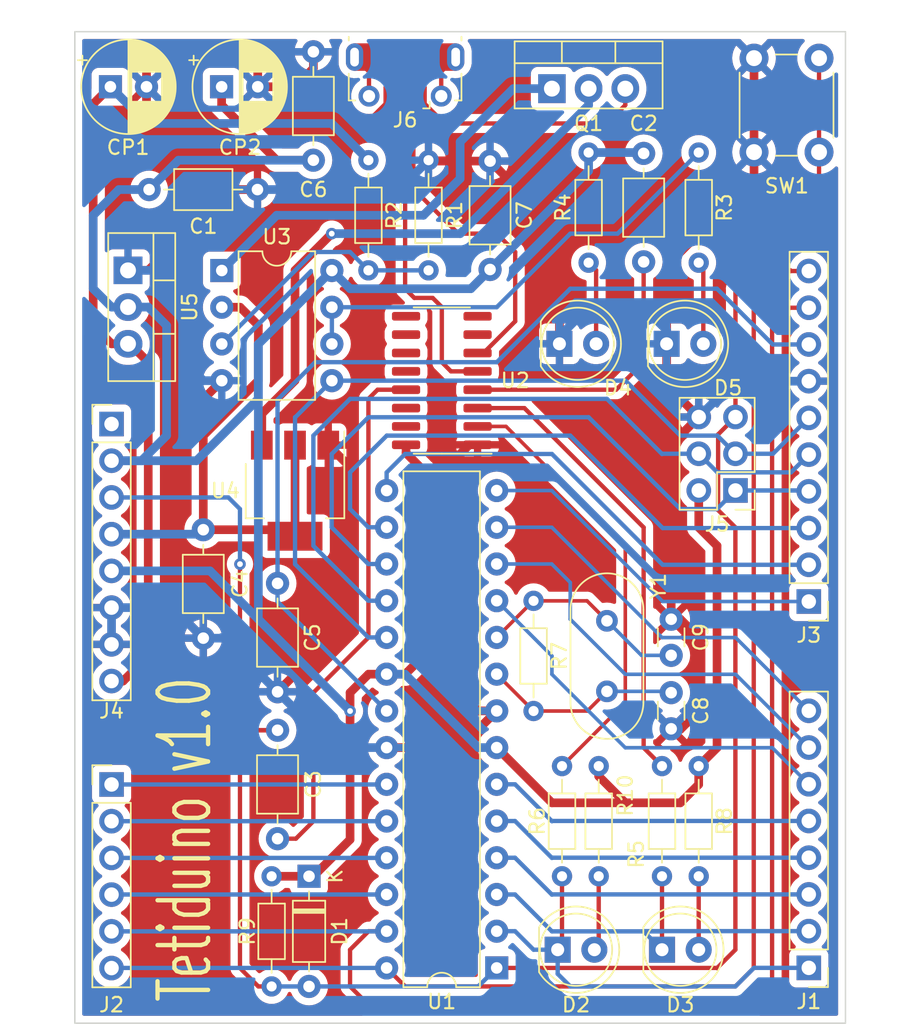
<source format=kicad_pcb>
(kicad_pcb (version 20211014) (generator pcbnew)
  (layers (0 "F.Cu" signal) (31 "B.Cu" signal) (34 "B.Paste" user) (35 "F.Paste" user) (36 "B.SilkS" user "B.Silkscreen") (37 "F.SilkS" user "F.Silkscreen") (38 "B.Mask" user) (39 "F.Mask" user) (44 "Edge.Cuts" user))
  (net 0 "")
  (net 1 "AREF")
  (net 2 "GND")
  (net 3 "+5V")
  (net 4 "Net-(D2-Pad2)")
  (net 5 "D2")
  (net 6 "D3")
  (net 7 "D4")
  (net 8 "D5")
  (net 9 "D6")
  (net 10 "D7")
  (net 11 "A0")
  (net 12 "A1")
  (net 13 "A2")
  (net 14 "A3")
  (net 15 "A4{slash}SDA")
  (net 16 "A5{slash}SCL")
  (net 17 "D8")
  (net 18 "D9")
  (net 19 "/D0{slash}RX")
  (net 20 "Net-(D3-Pad2)")
  (net 21 "Net-(D5-Pad2)")
  (net 22 "/D1{slash}TX")
  (net 24 "RESET")
  (net 25 "+3V3")
  (net 26 "VIN")
  (net 27 "/D10{slash}SS")
  (net 28 "/D11{slash}MISO")
  (net 29 "/D12{slash}MOSI")
  (net 30 "D13{slash}SCK")
  (net 31 "USB_VCC")
  (net 32 "RXD")
  (net 33 "TXD")
  (net 35 "unconnected-(J6-Pad6)")
  (net 36 "Net-(Q1-Pad2)")
  (net 37 "Net-(Q1-Pad1)")
  (net 38 "Net-(D4-Pad2)")
  (net 39 "Net-(R3-Pad1)")
  (net 48 "Net-(C2-Pad2)")
  (net 49 "Net-(C3-Pad1)")
  (net 50 "Net-(J6-Pad3)")
  (net 51 "Net-(J6-Pad2)")
  (net 52 "Net-(R1-Pad2)")
  (net 53 "Net-(Y1-Pad1)")
  (net 54 "Net-(U1-Pad10)")
  (footprint "Connector_PinHeader_2.54mm:PinHeader_1x08_P2.54mm_Vertical" (layer "F.Cu") (at 124.46 98.8925)
    (fp_text reference "J4")
    (fp_text value "Conn_01x08_Female")
  )
  (footprint "Resistor_THT:R_Axial_DIN0204_L3.6mm_D1.6mm_P7.62mm_Horizontal" (layer "F.Cu") (at 165.1 80.115 -90)
    (fp_text reference "R3")
    (fp_text value "1k")
  )
  (footprint "Package_TO_SOT_THT:TO-220-3_Vertical" (layer "F.Cu") (at 154.94 75.695)
    (fp_text reference "Q1")
    (fp_text value "IRF9540N")
  )
  (footprint "Diode_THT:D_DO-35_SOD27_P7.62mm_Horizontal" (layer "F.Cu") (at 138.13 130.175 -90)
    (fp_text reference "D1")
    (fp_text value "1N4148")
  )
  (footprint "Capacitor_THT:C_Disc_D3.0mm_W1.6mm_P2.50mm" (layer "F.Cu") (at 163.195 117.475 -90)
    (fp_text reference "C8")
    (fp_text value "22p")
  )
  (footprint "Capacitor_THT:C_Disc_D3.0mm_W1.6mm_P2.50mm" (layer "F.Cu") (at 163.195 112.395 -90)
    (fp_text reference "C9")
    (fp_text value "22p")
  )
  (footprint "Capacitor_THT:CP_Radial_D6.3mm_P2.50mm" (layer "F.Cu") (at 132.08 75.565)
    (fp_text reference "CP2")
    (fp_text value "47u")
  )
  (footprint "Capacitor_THT:C_Axial_L3.8mm_D2.6mm_P7.50mm_Horizontal" (layer "F.Cu") (at 130.81 106.205 -90)
    (fp_text reference "C4")
    (fp_text value "1u")
  )
  (footprint "Capacitor_THT:C_Axial_L3.8mm_D2.6mm_P7.50mm_Horizontal" (layer "F.Cu") (at 150.66 88.205 90)
    (fp_text reference "C7")
    (fp_text value "100n")
  )
  (footprint "Connector_USB:USB_Micro-B_Molex-105017-0001" (layer "F.Cu") (at 144.78 74.75 180)
    (fp_text reference "J6")
    (fp_text value "USB_B_Mini")
  )
  (footprint "Button_Switch_THT:SW_PUSH_6mm" (layer "F.Cu") (at 173.43 73.585 -90)
    (fp_text reference "SW1")
    (fp_text value "SW_Push")
  )
  (footprint "LED_THT:LED_D5.0mm" (layer "F.Cu") (at 162.88 93.345)
    (fp_text reference "D5")
    (fp_text value "LED")
  )
  (footprint "Package_TO_SOT_SMD:SOT-223-3_TabPin2" (layer "F.Cu") (at 137.16 103.505 -90)
    (fp_text reference "U4")
    (fp_text value "AMS1117-3.3")
  )
  (footprint "Capacitor_THT:C_Axial_L3.8mm_D2.6mm_P7.50mm_Horizontal" (layer "F.Cu") (at 127.06 82.677)
    (fp_text reference "C1")
    (fp_text value "100n")
  )
  (footprint "LED_THT:LED_D5.0mm" (layer "F.Cu") (at 162.56 135.255)
    (fp_text reference "D3")
    (fp_text value "LED")
  )
  (footprint "Capacitor_THT:C_Axial_L3.8mm_D2.6mm_P7.50mm_Horizontal" (layer "F.Cu") (at 161.29 80.175 -90)
    (fp_text reference "C2")
    (fp_text value "100n")
  )
  (footprint "Package_DIP:DIP-8_W7.62mm" (layer "F.Cu") (at 132.09 88.275)
    (fp_text reference "U3")
    (fp_text value "LM358")
  )
  (footprint "Resistor_THT:R_Axial_DIN0204_L3.6mm_D1.6mm_P7.62mm_Horizontal" (layer "F.Cu") (at 142.24 80.645 -90)
    (fp_text reference "R1")
    (fp_text value "10k")
  )
  (footprint "Package_DIP:DIP-28_W7.62mm" (layer "F.Cu") (at 151.12 136.515 180)
    (fp_text reference "U1")
    (fp_text value "ATmega328-P")
  )
  (footprint "Resistor_THT:R_Axial_DIN0204_L3.6mm_D1.6mm_P7.62mm_Horizontal" (layer "F.Cu") (at 165.1 122.555 -90)
    (fp_text reference "R8")
    (fp_text value "1k")
  )
  (footprint "Resistor_THT:R_Axial_DIN0204_L3.6mm_D1.6mm_P7.62mm_Horizontal" (layer "F.Cu") (at 157.48 80.115 -90)
    (fp_text reference "R4")
    (fp_text value "1k")
  )
  (footprint "Resistor_THT:R_Axial_DIN0204_L3.6mm_D1.6mm_P7.62mm_Horizontal" (layer "F.Cu") (at 162.56 122.555 -90)
    (fp_text reference "R5")
    (fp_text value "1k")
  )
  (footprint "Capacitor_THT:CP_Radial_D6.3mm_P2.50mm" (layer "F.Cu") (at 124.38 75.565)
    (fp_text reference "CP1")
    (fp_text value "47u")
  )
  (footprint "Resistor_THT:R_Axial_DIN0204_L3.6mm_D1.6mm_P7.62mm_Horizontal" (layer "F.Cu") (at 135.54 130.175 -90)
    (fp_text reference "R9")
    (fp_text value "10k")
  )
  (footprint "Resistor_THT:R_Axial_DIN0204_L3.6mm_D1.6mm_P7.62mm_Horizontal" (layer "F.Cu") (at 153.67 118.745 90)
    (fp_text reference "R7")
    (fp_text value "1M")
  )
  (footprint "Connector_PinHeader_2.54mm:PinHeader_1x08_P2.54mm_Vertical" (layer "F.Cu") (at 172.72 136.51 180)
    (fp_text reference "J1")
    (fp_text value "Conn_01x08_Female")
  )
  (footprint "Connector_PinHeader_2.54mm:PinHeader_2x03_P2.54mm_Vertical" (layer "F.Cu") (at 167.645 103.49 180)
    (fp_text reference "J5")
    (fp_text value "AVR-ISP-6")
  )
  (footprint "Package_SO:SOIC-16_3.9x9.9mm_P1.27mm" (layer "F.Cu") (at 147.32 95.885 180)
    (fp_text reference "U2")
    (fp_text value "CH340C")
  )
  (footprint "Resistor_THT:R_Axial_DIN0204_L3.6mm_D1.6mm_P7.62mm_Horizontal" (layer "F.Cu") (at 155.64 130.175 90)
    (fp_text reference "R6")
    (fp_text value "1k")
  )
  (footprint "Capacitor_THT:C_Axial_L3.8mm_D2.6mm_P7.50mm_Horizontal" (layer "F.Cu") (at 138.43 80.645 90)
    (fp_text reference "C6")
    (fp_text value "100n")
  )
  (footprint "Package_TO_SOT_THT:TO-220-3_Vertical" (layer "F.Cu") (at 125.6 88.265 -90)
    (fp_text reference "U5")
    (fp_text value "LM1117-5.0")
  )
  (footprint "LED_THT:LED_D5.0mm" (layer "F.Cu") (at 155.34 135.255)
    (fp_text reference "D2")
    (fp_text value "LED")
  )
  (footprint "Connector_PinHeader_2.54mm:PinHeader_1x06_P2.54mm_Vertical" (layer "F.Cu") (at 124.46 123.825)
    (fp_text reference "J2")
    (fp_text value "Conn_01x06_Female")
  )
  (footprint "Crystal:Crystal_HC49-4H_Vertical" (layer "F.Cu") (at 158.75 117.385 90)
    (fp_text reference "Y1")
    (fp_text value "Crystal")
  )
  (footprint "Capacitor_THT:C_Axial_L3.8mm_D2.6mm_P7.50mm_Horizontal" (layer "F.Cu") (at 135.95 109.915 -90)
    (fp_text reference "C5")
    (fp_text value "100n")
  )
  (footprint "LED_THT:LED_D5.0mm" (layer "F.Cu") (at 155.46 93.345)
    (fp_text reference "D4")
    (fp_text value "LED")
  )
  (footprint "Capacitor_THT:C_Axial_L3.8mm_D2.6mm_P7.50mm_Horizontal" (layer "F.Cu") (at 135.95 127.575 90)
    (fp_text reference "C3")
    (fp_text value "100n")
  )
  (footprint "Connector_PinHeader_2.54mm:PinHeader_1x10_P2.54mm_Vertical" (layer "F.Cu") (at 172.72 111.17 180)
    (fp_text reference "J3")
    (fp_text value "Conn_01x10_Female")
  )
  (footprint "Resistor_THT:R_Axial_DIN0204_L3.6mm_D1.6mm_P7.62mm_Horizontal" (layer "F.Cu") (at 158.18 122.555 -90)
    (fp_text reference "R10")
    (fp_text value "1k")
  )
  (footprint "Resistor_THT:R_Axial_DIN0204_L3.6mm_D1.6mm_P7.62mm_Horizontal" (layer "F.Cu") (at 146.4 88.265 90)
    (fp_text reference "R2")
    (fp_text value "10k")
  )
  (gr_rect (start 175.26 71.755) (end 121.92 140.335) (layer "Edge.Cuts") (width 0.1) (fill none))
  (gr_text "Tetiduino v1.0" (at 129.54 127.635 90) (layer "F.SilkS") (effects (font (size 3.5 2.1) (thickness 0.3))))
  (segment (start 170.225 93.39) (end 172.72 93.39) (width 0.3) (layer "B.Cu") (net 1))
  (segment (start 135.95 111.185) (end 135.95 97.215) (width 0.3) (layer "B.Cu") (net 1))
  (segment (start 156.21 89.535) (end 151.13 94.615) (width 0.3) (layer "B.Cu") (net 1))
  (segment (start 166.37 89.535) (end 170.225 93.39) (width 0.3) (layer "B.Cu") (net 1))
  (segment (start 156.21 89.535) (end 166.37 89.535) (width 0.3) (layer "B.Cu") (net 1))
  (segment (start 143.5 118.735) (end 135.95 111.185) (width 0.3) (layer "B.Cu") (net 1))
  (segment (start 135.95 97.215) (end 138.55 94.615) (width 0.3) (layer "B.Cu") (net 1))
  (segment (start 138.55 94.615) (end 151.13 94.615) (width 0.3) (layer "B.Cu") (net 1))
  (segment (start 126.88 74.415) (end 128.27 73.025) (width 0.6) (layer "F.Cu") (net 2))
  (segment (start 165.105 98.41) (end 163.195 100.32) (width 0.6) (layer "F.Cu") (net 2))
  (segment (start 162.88 87.945) (end 168.93 81.895) (width 0.6) (layer "F.Cu") (net 2))
  (segment (start 140.97 101.865) (end 140.97 112.395) (width 0.6) (layer "F.Cu") (net 2))
  (segment (start 128.27 111.165) (end 130.81 113.705) (width 0.6) (layer "F.Cu") (net 2))
  (segment (start 150.66 80.705) (end 146.46 80.705) (width 0.6) (layer "F.Cu") (net 2))
  (segment (start 148.59 100.965) (end 148.59 117.475) (width 0.6) (layer "F.Cu") (net 2))
  (segment (start 163.195 112.395) (end 163.83 112.395) (width 0.6) (layer "F.Cu") (net 2))
  (segment (start 165.1 113.665) (end 165.1 118.745) (width 0.6) (layer "F.Cu") (net 2))
  (segment (start 137.16 75.565) (end 138.43 74.295) (width 0.6) (layer "F.Cu") (net 2))
  (segment (start 140.97 112.395) (end 135.95 117.415) (width 0.6) (layer "F.Cu") (net 2))
  (segment (start 162.88 93.345) (end 162.88 96.185) (width 0.6) (layer "F.Cu") (net 2))
  (segment (start 163.83 112.395) (end 165.1 113.665) (width 0.6) (layer "F.Cu") (net 2))
  (segment (start 138.43 74.295) (end 138.43 73.145) (width 0.6) (layer "F.Cu") (net 2))
  (segment (start 163.83 120.015) (end 163.235 120.015) (width 0.6) (layer "F.Cu") (net 2))
  (segment (start 132.09 95.895) (end 128.27 99.715) (width 0.6) (layer "F.Cu") (net 2))
  (segment (start 125.6 88.265) (end 127 88.265) (width 0.6) (layer "F.Cu") (net 2))
  (segment (start 143.5 121.275) (end 148.58 121.275) (width 0.6) (layer "F.Cu") (net 2))
  (segment (start 168.93 73.585) (end 168.93 80.085) (width 0.6) (layer "F.Cu") (net 2))
  (segment (start 128.27 73.025) (end 133.35 73.025) (width 0.6) (layer "F.Cu") (net 2))
  (segment (start 128.27 99.715) (end 128.27 111.165) (width 0.6) (layer "F.Cu") (net 2))
  (segment (start 132.588 82.677) (end 134.56 82.677) (width 0.6) (layer "F.Cu") (net 2))
  (segment (start 163.195 100.32) (end 163.195 112.395) (width 0.6) (layer "F.Cu") (net 2))
  (segment (start 127 88.265) (end 132.588 82.677) (width 0.6) (layer "F.Cu") (net 2))
  (segment (start 139.7 78.105) (end 140.97 78.105) (width 0.3) (layer "F.Cu") (net 2))
  (segment (start 165.1 118.745) (end 163.83 120.015) (width 0.6) (layer "F.Cu") (net 2))
  (segment (start 139.46 100.355) (end 140.97 101.865) (width 0.6) (layer "F.Cu") (net 2))
  (segment (start 150.66 80.705) (end 155.46 85.505) (width 0.6) (layer "F.Cu") (net 2))
  (segment (start 163.235 120.015) (end 163.195 119.975) (width 0.6) (layer "F.Cu") (net 2))
  (segment (start 149.225 100.33) (end 148.59 100.965) (width 0.6) (layer "F.Cu") (net 2))
  (segment (start 142.0625 78.105) (end 140.97 78.105) (width 0.3) (layer "F.Cu") (net 2))
  (segment (start 133.35 73.025) (end 134.58 74.255) (width 0.6) (layer "F.Cu") (net 2))
  (segment (start 155.46 85.505) (end 155.46 93.345) (width 0.6) (layer "F.Cu") (net 2))
  (segment (start 134.58 74.255) (end 134.58 75.565) (width 0.6) (layer "F.Cu") (net 2))
  (segment (start 143.48 76.6875) (end 142.0625 78.105) (width 0.3) (layer "F.Cu") (net 2))
  (segment (start 148.58 121.275) (end 151.12 118.735) (width 0.6) (layer "F.Cu") (net 2))
  (segment (start 149.86 118.745) (end 149.87 118.735) (width 0.6) (layer "F.Cu") (net 2))
  (segment (start 149.87 118.735) (end 151.12 118.735) (width 0.6) (layer "F.Cu") (net 2))
  (segment (start 168.93 81.895) (end 168.93 80.085) (width 0.6) (layer "F.Cu") (net 2))
  (segment (start 126.88 75.565) (end 126.88 74.415) (width 0.6) (layer "F.Cu") (net 2))
  (segment (start 139.7 78.105) (end 138.43 76.835) (width 0.3) (layer "F.Cu") (net 2))
  (segment (start 126.88 75.565) (end 126.88 76.969) (width 0.6) (layer "F.Cu") (net 2))
  (segment (start 134.58 75.565) (end 137.16 75.565) (width 0.6) (layer "F.Cu") (net 2))
  (segment (start 162.88 96.185) (end 165.105 98.41) (width 0.6) (layer "F.Cu") (net 2))
  (segment (start 146.46 80.705) (end 146.4 80.645) (width 0.6) (layer "F.Cu") (net 2))
  (segment (start 143.48 76.2125) (end 143.48 76.6875) (width 0.3) (layer "F.Cu") (net 2))
  (segment (start 126.88 76.969) (end 132.588 82.677) (width 0.6) (layer "F.Cu") (net 2))
  (segment (start 138.43 76.835) (end 138.43 73.145) (width 0.3) (layer "F.Cu") (net 2))
  (segment (start 148.59 117.475) (end 149.86 118.745) (width 0.6) (layer "F.Cu") (net 2))
  (segment (start 162.88 93.345) (end 162.88 87.945) (width 0.6) (layer "F.Cu") (net 2))
  (segment (start 129.54 89.535) (end 128.27 88.265) (width 0.6) (layer "B.Cu") (net 2))
  (segment (start 129.54 94.615) (end 130.82 95.895) (width 0.6) (layer "B.Cu") (net 2))
  (segment (start 128.27 88.265) (end 125.6 88.265) (width 0.6) (layer "B.Cu") (net 2))
  (segment (start 132.2 113.665) (end 132.08 113.665) (width 0.6) (layer "B.Cu") (net 2))
  (segment (start 124.46 111.5925) (end 128.6975 111.5925) (width 0.6) (layer "B.Cu") (net 2))
  (segment (start 161.29 90.805) (end 162.88 92.395) (width 0.6) (layer "B.Cu") (net 2))
  (segment (start 134.56 82.677) (end 144.368 82.677) (width 0.6) (layer "B.Cu") (net 2))
  (segment (start 155.46 93.345) (end 155.46 92.825) (width 0.6) (layer "B.Cu") (net 2))
  (segment (start 167.63 95.885) (end 167.64 95.885) (width 0.6) (layer "B.Cu") (net 2))
  (segment (start 124.46 111.5925) (end 124.46 114.1325) (width 0.6) (layer "B.Cu") (net 2))
  (segment (start 135.95 117.415) (end 132.2 113.665) (width 0.6) (layer "B.Cu") (net 2))
  (segment (start 132.08 113.665) (end 132.04 113.705) (width 0.6) (layer "B.Cu") (net 2))
  (segment (start 165.105 98.41) (end 167.63 95.885) (width 0.6) (layer "B.Cu") (net 2))
  (segment (start 130.82 95.895) (end 132.09 95.895) (width 0.6) (layer "B.Cu") (net 2))
  (segment (start 128.6975 111.5925) (end 130.81 113.705) (width 0.6) (layer "B.Cu") (net 2))
  (segment (start 162.88 92.395) (end 162.88 93.345) (width 0.6) (layer "B.Cu") (net 2))
  (segment (start 167.685 95.93) (end 172.72 95.93) (width 0.6) (layer "B.Cu") (net 2))
  (segment (start 144.368 82.677) (end 146.4 80.645) (width 0.6) (layer "B.Cu") (net 2))
  (segment (start 155.46 92.825) (end 157.48 90.805) (width 0.6) (layer "B.Cu") (net 2))
  (segment (start 132.04 113.705) (end 130.81 113.705) (width 0.6) (layer "B.Cu") (net 2))
  (segment (start 129.54 94.615) (end 129.54 89.535) (width 0.6) (layer "B.Cu") (net 2))
  (segment (start 143.5 121.275) (end 139.71 121.275) (width 0.6) (layer "B.Cu") (net 2))
  (segment (start 157.48 90.805) (end 161.29 90.805) (width 0.6) (layer "B.Cu") (net 2))
  (segment (start 167.64 95.885) (end 167.685 95.93) (width 0.6) (layer "B.Cu") (net 2))
  (segment (start 139.71 121.275) (end 139.71 121.175) (width 0.6) (layer "B.Cu") (net 2))
  (segment (start 139.71 121.175) (end 135.95 117.415) (width 0.6) (layer "B.Cu") (net 2))
  (segment (start 138.43 80.645) (end 135.89 80.645) (width 0.6) (layer "F.Cu") (net 3))
  (segment (start 142.25 116.195) (end 143.5 116.195) (width 0.6) (layer "F.Cu") (net 3))
  (segment (start 154.94 125.095) (end 160.02 125.095) (width 0.6) (layer "F.Cu") (net 3))
  (segment (start 158.18 123.255) (end 160.02 125.095) (width 0.6) (layer "F.Cu") (net 3))
  (segment (start 140.97 118.745) (end 140.97 117.475) (width 0.6) (layer "F.Cu") (net 3))
  (segment (start 132.08 76.835) (end 132.08 75.565) (width 0.6) (layer "F.Cu") (net 3))
  (segment (start 163.83 125.095) (end 165.1 123.825) (width 0.6) (layer "F.Cu") (net 3))
  (segment (start 166.37 107.315) (end 166.37 121.285) (width 0.6) (layer "F.Cu") (net 3))
  (segment (start 165.105 103.49) (end 165.105 106.04) (width 0.6) (layer "F.Cu") (net 3))
  (segment (start 165.1 123.825) (end 165.1 122.555) (width 0.6) (layer "F.Cu") (net 3))
  (segment (start 135.89 80.645) (end 132.08 76.835) (width 0.6) (layer "F.Cu") (net 3))
  (segment (start 144.845 100.33) (end 144.845 100.9) (width 0.6) (layer "F.Cu") (net 3))
  (segment (start 144.79 116.195) (end 143.5 116.195) (width 0.6) (layer "F.Cu") (net 3))
  (segment (start 151.12 121.275) (end 154.94 125.095) (width 0.6) (layer "F.Cu") (net 3))
  (segment (start 158.18 122.555) (end 158.18 123.255) (width 0.6) (layer "F.Cu") (net 3))
  (segment (start 146.05 114.935) (end 144.79 116.195) (width 0.6) (layer "F.Cu") (net 3))
  (segment (start 140.97 127.635) (end 138.43 130.175) (width 0.6) (layer "F.Cu") (net 3))
  (segment (start 165.105 106.04) (end 165.1 106.045) (width 0.6) (layer "F.Cu") (net 3))
  (segment (start 160.02 125.095) (end 163.83 125.095) (width 0.6) (layer "F.Cu") (net 3))
  (segment (start 144.845 100.9) (end 146.05 102.105) (width 0.6) (layer "F.Cu") (net 3))
  (segment (start 146.05 102.105) (end 146.05 114.935) (width 0.6) (layer "F.Cu") (net 3))
  (segment (start 140.97 118.745) (end 140.97 127.635) (width 0.6) (layer "F.Cu") (net 3))
  (segment (start 165.1 106.045) (end 166.37 107.315) (width 0.6) (layer "F.Cu") (net 3))
  (segment (start 166.37 121.285) (end 165.1 122.555) (width 0.6) (layer "F.Cu") (net 3))
  (segment (start 140.97 117.475) (end 142.25 116.195) (width 0.6) (layer "F.Cu") (net 3))
  (segment (start 138.43 130.175) (end 135.54 130.175) (width 0.6) (layer "F.Cu") (net 3))
  (via (at 140.97 118.745) (size 0.8) (drill 0.4) (layers "F.Cu" "B.Cu") (net 3))
  (segment (start 134.62 97.155) (end 130.3425 101.4325) (width 0.6) (layer "B.Cu") (net 3))
  (segment (start 134.62 93.365) (end 134.62 97.155) (width 0.6) (layer "B.Cu") (net 3))
  (segment (start 127.06 82.677) (end 129.092 80.645) (width 0.6) (layer "B.Cu") (net 3))
  (segment (start 134.62 93.365) (end 139.71 88.275) (width 0.6) (layer "B.Cu") (net 3))
  (segment (start 125.6 90.805) (end 124.46 90.805) (width 0.6) (layer "B.Cu") (net 3))
  (segment (start 123.19 89.535) (end 123.19 84.455) (width 0.6) (layer "B.Cu") (net 3))
  (segment (start 131.2775 109.0525) (end 134.62 112.395) (width 0.6) (layer "B.Cu") (net 3))
  (segment (start 124.46 90.805) (end 123.19 89.535) (width 0.6) (layer "B.Cu") (net 3))
  (segment (start 139.71 88.275) (end 140.97 89.535) (width 0.6) (layer "B.Cu") (net 3))
  (segment (start 149.33 89.535) (end 150.66 88.205) (width 0.6) (layer "B.Cu") (net 3))
  (segment (start 134.62 112.395) (end 140.97 118.745) (width 0.6) (layer "B.Cu") (net 3))
  (segment (start 144.77 116.195) (end 149.85 121.275) (width 0.6) (layer "B.Cu") (net 3))
  (segment (start 150.66 88.205) (end 157.48 81.385) (width 0.6) (layer "B.Cu") (net 3))
  (segment (start 123.19 84.455) (end 124.968 82.677) (width 0.6) (layer "B.Cu") (net 3))
  (segment (start 129.092 80.645) (end 138.43 80.645) (width 0.6) (layer "B.Cu") (net 3))
  (segment (start 134.62 112.395) (end 134.62 93.365) (width 0.6) (layer "B.Cu") (net 3))
  (segment (start 127 90.805) (end 125.6 90.805) (width 0.6) (layer "B.Cu") (net 3))
  (segment (start 143.5 116.195) (end 144.77 116.195) (width 0.6) (layer "B.Cu") (net 3))
  (segment (start 131.2775 109.0525) (end 124.46 109.0525) (width 0.6) (layer "B.Cu") (net 3))
  (segment (start 128.27 92.075) (end 128.27 99.695) (width 0.6) (layer "B.Cu") (net 3))
  (segment (start 140.97 89.535) (end 149.33 89.535) (width 0.6) (layer "B.Cu") (net 3))
  (segment (start 128.27 92.075) (end 127 90.805) (width 0.6) (layer "B.Cu") (net 3))
  (segment (start 124.968 82.677) (end 127.06 82.677) (width 0.6) (layer "B.Cu") (net 3))
  (segment (start 126.5325 101.4325) (end 124.46 101.4325) (width 0.6) (layer "B.Cu") (net 3))
  (segment (start 130.3425 101.4325) (end 124.46 101.4325) (width 0.6) (layer "B.Cu") (net 3))
  (segment (start 157.48 81.385) (end 157.48 80.115) (width 0.6) (layer "B.Cu") (net 3))
  (segment (start 128.27 99.695) (end 126.5325 101.4325) (width 0.6) (layer "B.Cu") (net 3))
  (segment (start 149.85 121.275) (end 151.12 121.275) (width 0.6) (layer "B.Cu") (net 3))
  (segment (start 157.48 80.115) (end 161.23 80.115) (width 0.6) (layer "B.Cu") (net 3))
  (segment (start 161.23 80.115) (end 161.29 80.175) (width 0.6) (layer "B.Cu") (net 3))
  (segment (start 158.18 130.175) (end 158.18 134.955) (width 0.3) (layer "F.Cu") (net 4))
  (segment (start 158.18 134.955) (end 157.88 135.255) (width 0.3) (layer "F.Cu") (net 4))
  (segment (start 154.94 131.445) (end 154.955 131.43) (width 0.3) (layer "B.Cu") (net 5))
  (segment (start 151.12 128.895) (end 152.39 128.895) (width 0.3) (layer "B.Cu") (net 5))
  (segment (start 152.39 128.895) (end 154.94 131.445) (width 0.3) (layer "B.Cu") (net 5))
  (segment (start 154.955 131.43) (end 172.72 131.43) (width 0.3) (layer "B.Cu") (net 5))
  (segment (start 152.39 126.355) (end 154.94 128.905) (width 0.3) (layer "B.Cu") (net 6))
  (segment (start 151.12 126.355) (end 152.39 126.355) (width 0.3) (layer "B.Cu") (net 6))
  (segment (start 154.94 128.905) (end 154.955 128.89) (width 0.3) (layer "B.Cu") (net 6))
  (segment (start 154.955 128.89) (end 172.72 128.89) (width 0.3) (layer "B.Cu") (net 6))
  (segment (start 152.39 123.815) (end 154.94 126.365) (width 0.3) (layer "B.Cu") (net 7))
  (segment (start 151.12 123.815) (end 152.39 123.815) (width 0.3) (layer "B.Cu") (net 7))
  (segment (start 154.94 126.365) (end 154.955 126.35) (width 0.3) (layer "B.Cu") (net 7))
  (segment (start 154.955 126.35) (end 172.72 126.35) (width 0.3) (layer "B.Cu") (net 7))
  (segment (start 151.12 111.115) (end 154.94 114.935) (width 0.25) (layer "B.Cu") (net 8))
  (segment (start 172.72 123.81) (end 170.195 121.285) (width 0.25) (layer "B.Cu") (net 8))
  (segment (start 160.02 121.285) (end 154.94 116.205) (width 0.25) (layer "B.Cu") (net 8))
  (segment (start 170.195 121.285) (end 160.02 121.285) (width 0.25) (layer "B.Cu") (net 8))
  (segment (start 154.94 114.935) (end 154.94 116.205) (width 0.25) (layer "B.Cu") (net 8))
  (segment (start 151.12 108.575) (end 154.93 108.575) (width 0.25) (layer "B.Cu") (net 9))
  (segment (start 160.02 116.205) (end 167.655 116.205) (width 0.25) (layer "B.Cu") (net 9))
  (segment (start 156.21 112.395) (end 160.02 116.205) (width 0.25) (layer "B.Cu") (net 9))
  (segment (start 167.655 116.205) (end 172.72 121.27) (width 0.25) (layer "B.Cu") (net 9))
  (segment (start 154.93 108.575) (end 156.21 109.855) (width 0.25) (layer "B.Cu") (net 9))
  (segment (start 156.21 109.855) (end 156.21 112.395) (width 0.25) (layer "B.Cu") (net 9))
  (segment (start 167.655 113.665) (end 162.56 113.665) (width 0.25) (layer "B.Cu") (net 10))
  (segment (start 162.56 113.665) (end 154.93 106.035) (width 0.25) (layer "B.Cu") (net 10))
  (segment (start 172.72 118.73) (end 167.655 113.665) (width 0.25) (layer "B.Cu") (net 10))
  (segment (start 154.93 106.035) (end 151.12 106.035) (width 0.25) (layer "B.Cu") (net 10))
  (segment (start 143.49 123.825) (end 143.5 123.815) (width 0.3) (layer "B.Cu") (net 11))
  (segment (start 124.46 123.825) (end 143.49 123.825) (width 0.3) (layer "B.Cu") (net 11))
  (segment (start 124.46 126.365) (end 143.49 126.365) (width 0.3) (layer "B.Cu") (net 12))
  (segment (start 143.49 126.365) (end 143.5 126.355) (width 0.3) (layer "B.Cu") (net 12))
  (segment (start 143.49 128.905) (end 143.5 128.895) (width 0.3) (layer "B.Cu") (net 13))
  (segment (start 124.46 128.905) (end 143.49 128.905) (width 0.3) (layer "B.Cu") (net 13))
  (segment (start 143.5 131.435) (end 124.47 131.435) (width 0.3) (layer "B.Cu") (net 14))
  (segment (start 124.47 131.435) (end 124.46 131.445) (width 0.3) (layer "B.Cu") (net 14))
  (segment (start 143.5 133.975) (end 142.25 133.975) (width 0.3) (layer "F.Cu") (net 15))
  (segment (start 140.97 135.255) (end 140.97 137.795) (width 0.3) (layer "F.Cu") (net 15))
  (segment (start 142.25 133.975) (end 140.97 135.255) (width 0.3) (layer "F.Cu") (net 15))
  (segment (start 170.18 92.075) (end 171.405 90.85) (width 0.3) (layer "F.Cu") (net 15))
  (segment (start 168.91 139.065) (end 170.18 137.795) (width 0.3) (layer "F.Cu") (net 15))
  (segment (start 140.97 137.795) (end 142.24 139.065) (width 0.3) (layer "F.Cu") (net 15))
  (segment (start 171.405 90.85) (end 172.72 90.85) (width 0.3) (layer "F.Cu") (net 15))
  (segment (start 170.18 137.795) (end 170.18 92.075) (width 0.3) (layer "F.Cu") (net 15))
  (segment (start 142.24 139.065) (end 168.91 139.065) (width 0.3) (layer "F.Cu") (net 15))
  (segment (start 124.46 133.985) (end 143.49 133.985) (width 0.3) (layer "B.Cu") (net 15))
  (segment (start 143.49 133.985) (end 143.5 133.975) (width 0.3) (layer "B.Cu") (net 15))
  (segment (start 171.495 88.31) (end 172.72 88.31) (width 0.3) (layer "F.Cu") (net 16))
  (segment (start 168.91 90.805) (end 171.45 88.265) (width 0.3) (layer "F.Cu") (net 16))
  (segment (start 143.5 136.515) (end 144.78 137.795) (width 0.3) (layer "F.Cu") (net 16))
  (segment (start 171.45 88.265) (end 171.495 88.31) (width 0.3) (layer "F.Cu") (net 16))
  (segment (start 144.78 137.795) (end 167.64 137.795) (width 0.3) (layer "F.Cu") (net 16))
  (segment (start 168.91 136.525) (end 168.91 90.805) (width 0.3) (layer "F.Cu") (net 16))
  (segment (start 167.64 137.795) (end 168.91 136.525) (width 0.3) (layer "F.Cu") (net 16))
  (segment (start 143.5 136.515) (end 124.47 136.515) (width 0.3) (layer "B.Cu") (net 16))
  (segment (start 124.47 136.515) (end 124.46 136.525) (width 0.3) (layer "B.Cu") (net 16))
  (segment (start 151.12 103.495) (end 154.93 103.495) (width 0.25) (layer "B.Cu") (net 17))
  (segment (start 162.605 111.17) (end 172.72 111.17) (width 0.25) (layer "B.Cu") (net 17))
  (segment (start 154.93 103.495) (end 162.605 111.17) (width 0.25) (layer "B.Cu") (net 17))
  (segment (start 143.5 102.245) (end 144.78 100.965) (width 0.3) (layer "B.Cu") (net 18))
  (segment (start 162.605 108.63) (end 172.72 108.63) (width 0.3) (layer "B.Cu") (net 18))
  (segment (start 144.78 100.965) (end 154.94 100.965) (width 0.3) (layer "B.Cu") (net 18))
  (segment (start 154.94 100.965) (end 162.605 108.63) (width 0.3) (layer "B.Cu") (net 18))
  (segment (start 143.5 103.495) (end 143.5 102.245) (width 0.3) (layer "B.Cu") (net 18))
  (segment (start 155.64 130.175) (end 155.64 134.955) (width 0.3) (layer "F.Cu") (net 19))
  (segment (start 155.64 134.955) (end 155.34 135.255) (width 0.3) (layer "F.Cu") (net 19))
  (segment (start 168.925 136.51) (end 167.64 137.795) (width 0.3) (layer "B.Cu") (net 19))
  (segment (start 156.21 137.795) (end 155.34 136.925) (width 0.3) (layer "B.Cu") (net 19))
  (segment (start 167.64 137.795) (end 156.21 137.795) (width 0.3) (layer "B.Cu") (net 19))
  (segment (start 172.72 136.51) (end 168.925 136.51) (width 0.3) (layer "B.Cu") (net 19))
  (segment (start 152.39 133.975) (end 153.67 135.255) (width 0.3) (layer "B.Cu") (net 19))
  (segment (start 155.34 136.925) (end 155.34 135.255) (width 0.3) (layer "B.Cu") (net 19))
  (segment (start 151.12 133.975) (end 152.39 133.975) (width 0.3) (layer "B.Cu") (net 19))
  (segment (start 153.67 135.255) (end 155.34 135.255) (width 0.3) (layer "B.Cu") (net 19))
  (segment (start 165.1 135.255) (end 165.1 130.175) (width 0.3) (layer "F.Cu") (net 20))
  (segment (start 165.42 88.055) (end 165.42 93.345) (width 0.3) (layer "F.Cu") (net 21))
  (segment (start 165.1 87.735) (end 165.42 88.055) (width 0.3) (layer "F.Cu") (net 21))
  (segment (start 162.56 130.175) (end 162.56 135.255) (width 0.3) (layer "F.Cu") (net 22))
  (segment (start 152.39 131.435) (end 154.94 133.985) (width 0.3) (layer "B.Cu") (net 22))
  (segment (start 162.545 133.97) (end 172.72 133.97) (width 0.3) (layer "B.Cu") (net 22))
  (segment (start 161.305 134) (end 162.56 135.255) (width 0.3) (layer "B.Cu") (net 22))
  (segment (start 151.12 131.435) (end 152.39 131.435) (width 0.3) (layer "B.Cu") (net 22))
  (segment (start 154.94 133.985) (end 162.53 133.985) (width 0.3) (layer "B.Cu") (net 22))
  (segment (start 162.53 133.985) (end 162.545 133.97) (width 0.3) (layer "B.Cu") (net 22))
  (segment (start 161.305 133.97) (end 161.305 134) (width 0.3) (layer "B.Cu") (net 22))
  (segment (start 161.305 133.97) (end 162.545 133.97) (width 0.3) (layer "B.Cu") (net 22))
  (segment (start 167.64 89.535) (end 167.645 89.54) (width 0.3) (layer "F.Cu") (net 24))
  (segment (start 134.56 120.075) (end 133.35 121.285) (width 0.3) (layer "F.Cu") (net 24))
  (segment (start 173.43 80.085) (end 173.43 73.585) (width 0.3) (layer "F.Cu") (net 24))
  (segment (start 133.35 118.805) (end 134.62 120.075) (width 0.3) (layer "F.Cu") (net 24))
  (segment (start 166.445 104.85) (end 167.64 106.045) (width 0.3) (layer "F.Cu") (net 24))
  (segment (start 166.37 136.525) (end 166.36 136.515) (width 0.3) (layer "F.Cu") (net 24))
  (segment (start 173.43 83.745) (end 173.43 80.085) (width 0.3) (layer "F.Cu") (net 24))
  (segment (start 166.445 99.61) (end 166.445 104.85) (width 0.3) (layer "F.Cu") (net 24))
  (segment (start 134.62 137.795) (end 135.54 137.795) (width 0.3) (layer "F.Cu") (net 24))
  (segment (start 133.35 121.285) (end 133.35 136.525) (width 0.3) (layer "F.Cu") (net 24))
  (segment (start 167.645 89.54) (end 167.645 98.41) (width 0.3) (layer "F.Cu") (net 24))
  (segment (start 166.36 136.515) (end 151.12 136.515) (width 0.3) (layer "F.Cu") (net 24))
  (segment (start 167.64 135.255) (end 166.37 136.525) (width 0.3) (layer "F.Cu") (net 24))
  (segment (start 133.35 136.525) (end 134.62 137.795) (width 0.3) (layer "F.Cu") (net 24))
  (segment (start 167.64 106.045) (end 167.64 135.255) (width 0.3) (layer "F.Cu") (net 24))
  (segment (start 134.62 120.075) (end 135.95 120.075) (width 0.3) (layer "F.Cu") (net 24))
  (segment (start 135.95 120.075) (end 134.56 120.075) (width 0.3) (layer "F.Cu") (net 24))
  (segment (start 167.645 98.41) (end 166.445 99.61) (width 0.3) (layer "F.Cu") (net 24))
  (segment (start 173.43 83.745) (end 167.64 89.535) (width 0.3) (layer "F.Cu") (net 24))
  (segment (start 133.35 118.805) (end 133.35 108.585) (width 0.3) (layer "F.Cu") (net 24))
  (via (at 133.35 108.585) (size 0.8) (drill 0.4) (layers "F.Cu" "B.Cu") (net 24))
  (segment (start 149.84 137.795) (end 151.12 136.515) (width 0.3) (layer "B.Cu") (net 24))
  (segment (start 138.13 137.795) (end 135.54 137.795) (width 0.3) (layer "B.Cu") (net 24))
  (segment (start 133.35 104.775) (end 133.35 108.585) (width 0.3) (layer "B.Cu") (net 24))
  (segment (start 124.46 103.9725) (end 132.5475 103.9725) (width 0.3) (layer "B.Cu") (net 24))
  (segment (start 132.5475 103.9725) (end 133.35 104.775) (width 0.3) (layer "B.Cu") (net 24))
  (segment (start 138.43 137.795) (end 149.84 137.795) (width 0.3) (layer "B.Cu") (net 24))
  (segment (start 132.09 90.815) (end 133.36 90.815) (width 0.6) (layer "F.Cu") (net 25))
  (segment (start 136.71 106.205) (end 137.16 106.655) (width 0.6) (layer "F.Cu") (net 25))
  (segment (start 130.81 106.205) (end 136.71 106.205) (width 0.6) (layer "F.Cu") (net 25))
  (segment (start 130.81 99.695) (end 130.81 106.205) (width 0.6) (layer "F.Cu") (net 25))
  (segment (start 134.62 92.075) (end 134.62 95.885) (width 0.6) (layer "F.Cu") (net 25))
  (segment (start 133.36 90.815) (end 134.62 92.075) (width 0.6) (layer "F.Cu") (net 25))
  (segment (start 134.62 95.885) (end 130.81 99.695) (width 0.6) (layer "F.Cu") (net 25))
  (segment (start 137.16 100.355) (end 137.16 106.655) (width 0.6) (layer "F.Cu") (net 25))
  (segment (start 130.5025 106.5125) (end 130.81 106.205) (width 0.6) (layer "B.Cu") (net 25))
  (segment (start 124.46 106.5125) (end 130.5025 106.5125) (width 0.6) (layer "B.Cu") (net 25))
  (segment (start 123.19 92.075) (end 123.19 76.755) (width 0.6) (layer "F.Cu") (net 26))
  (segment (start 125.6 93.345) (end 124.46 93.345) (width 0.6) (layer "F.Cu") (net 26))
  (segment (start 124.46 116.6725) (end 125.2625 116.6725) (width 0.6) (layer "F.Cu") (net 26))
  (segment (start 127 94.615) (end 125.73 93.345) (width 0.6) (layer "F.Cu") (net 26))
  (segment (start 123.19 76.755) (end 124.38 75.565) (width 0.6) (layer "F.Cu") (net 26))
  (segment (start 125.2625 116.6725) (end 127 114.935) (width 0.6) (layer "F.Cu") (net 26))
  (segment (start 124.46 93.345) (end 123.19 92.075) (width 0.6) (layer "F.Cu") (net 26))
  (segment (start 125.73 93.345) (end 125.6 93.345) (width 0.6) (layer "F.Cu") (net 26))
  (segment (start 127 114.935) (end 127 94.615) (width 0.6) (layer "F.Cu") (net 26))
  (segment (start 126.92 78.105) (end 139.7 78.105) (width 0.6) (layer "B.Cu") (net 26))
  (segment (start 139.7 78.105) (end 142.24 80.645) (width 0.6) (layer "B.Cu") (net 26))
  (segment (start 124.38 75.565) (end 126.92 78.105) (width 0.6) (layer "B.Cu") (net 26))
  (segment (start 142.23 106.035) (end 140.97 104.775) (width 0.3) (layer "B.Cu") (net 27))
  (segment (start 162.605 106.09) (end 172.72 106.09) (width 0.3) (layer "B.Cu") (net 27))
  (segment (start 143.5 106.035) (end 142.23 106.035) (width 0.3) (layer "B.Cu") (net 27))
  (segment (start 140.97 104.775) (end 140.97 102.235) (width 0.3) (layer "B.Cu") (net 27))
  (segment (start 156.21 99.695) (end 162.605 106.09) (width 0.3) (layer "B.Cu") (net 27))
  (segment (start 143.51 99.695) (end 156.21 99.695) (width 0.3) (layer "B.Cu") (net 27))
  (segment (start 140.97 102.235) (end 143.51 99.695) (width 0.3) (layer "B.Cu") (net 27))
  (segment (start 167.645 103.49) (end 172.66 103.49) (width 0.3) (layer "B.Cu") (net 28))
  (segment (start 172.66 103.49) (end 172.72 103.55) (width 0.3) (layer "B.Cu") (net 28))
  (segment (start 142.23 108.575) (end 139.7 106.045) (width 0.3) (layer "B.Cu") (net 28))
  (segment (start 139.7 100.965) (end 142.24 98.425) (width 0.3) (layer "B.Cu") (net 28))
  (segment (start 166.37 104.765) (end 167.645 103.49) (width 0.3) (layer "B.Cu") (net 28))
  (segment (start 166.37 104.775) (end 166.37 104.765) (width 0.3) (layer "B.Cu") (net 28))
  (segment (start 139.7 106.045) (end 139.7 100.965) (width 0.3) (layer "B.Cu") (net 28))
  (segment (start 143.5 108.575) (end 142.23 108.575) (width 0.3) (layer "B.Cu") (net 28))
  (segment (start 142.24 98.425) (end 157.48 98.425) (width 0.3) (layer "B.Cu") (net 28))
  (segment (start 157.48 98.425) (end 163.83 104.775) (width 0.3) (layer "B.Cu") (net 28))
  (segment (start 163.83 104.775) (end 166.37 104.775) (width 0.3) (layer "B.Cu") (net 28))
  (segment (start 138.43 99.695) (end 140.97 97.155) (width 0.3) (layer "B.Cu") (net 29))
  (segment (start 158.75 97.155) (end 162.56 100.965) (width 0.3) (layer "B.Cu") (net 29))
  (segment (start 165.105 100.95) (end 166.39 102.235) (width 0.3) (layer "B.Cu") (net 29))
  (segment (start 140.97 97.155) (end 158.75 97.155) (width 0.3) (layer "B.Cu") (net 29))
  (segment (start 142.23 111.115) (end 138.43 107.315) (width 0.3) (layer "B.Cu") (net 29))
  (segment (start 138.43 107.315) (end 138.43 99.695) (width 0.3) (layer "B.Cu") (net 29))
  (segment (start 143.5 111.115) (end 142.23 111.115) (width 0.3) (layer "B.Cu") (net 29))
  (segment (start 166.39 102.235) (end 171.495 102.235) (width 0.3) (layer "B.Cu") (net 29))
  (segment (start 162.56 100.965) (end 162.575 100.95) (width 0.3) (layer "B.Cu") (net 29))
  (segment (start 171.495 102.235) (end 172.72 101.01) (width 0.3) (layer "B.Cu") (net 29))
  (segment (start 162.575 100.95) (end 165.105 100.95) (width 0.3) (layer "B.Cu") (net 29))
  (segment (start 137.18 98.425) (end 139.71 95.895) (width 0.3) (layer "B.Cu") (net 30))
  (segment (start 167.645 100.95) (end 170.24 100.95) (width 0.3) (layer "B.Cu") (net 30))
  (segment (start 142.23 113.655) (end 137.16 108.585) (width 0.3) (layer "B.Cu") (net 30))
  (segment (start 166.39 99.695) (end 167.645 100.95) (width 0.3) (layer "B.Cu") (net 30))
  (segment (start 139.71 95.895) (end 160.03 95.895) (width 0.3) (layer "B.Cu") (net 30))
  (segment (start 143.5 113.655) (end 142.23 113.655) (width 0.3) (layer "B.Cu") (net 30))
  (segment (start 170.24 100.95) (end 172.72 98.47) (width 0.3) (layer "B.Cu") (net 30))
  (segment (start 137.16 108.585) (end 137.16 98.425) (width 0.3) (layer "B.Cu") (net 30))
  (segment (start 160.03 95.895) (end 163.83 99.695) (width 0.3) (layer "B.Cu") (net 30))
  (segment (start 137.16 98.425) (end 137.18 98.425) (width 0.3) (layer "B.Cu") (net 30))
  (segment (start 163.83 99.695) (end 166.39 99.695) (width 0.3) (layer "B.Cu") (net 30))
  (segment (start 146.08 76.6875) (end 147.4975 78.105) (width 0.3) (layer "F.Cu") (net 31))
  (segment (start 146.08 76.2125) (end 146.08 76.6875) (width 0.3) (layer "F.Cu") (net 31))
  (segment (start 158.75 78.105) (end 160.02 76.835) (width 0.3) (layer "F.Cu") (net 31))
  (segment (start 147.4975 78.105) (end 158.75 78.105) (width 0.3) (layer "F.Cu") (net 31))
  (segment (start 146.08 76.2125) (end 146.08 76.865) (width 0.3) (layer "F.Cu") (net 31))
  (segment (start 160.02 76.835) (end 160.02 75.695) (width 0.3) (layer "F.Cu") (net 31))
  (segment (start 153.035 97.79) (end 161.29 106.045) (width 0.3) (layer "F.Cu") (net 32))
  (segment (start 162.56 122.555) (end 161.29 121.285) (width 0.3) (layer "F.Cu") (net 32))
  (segment (start 153.035 97.79) (end 149.795 97.79) (width 0.3) (layer "F.Cu") (net 32))
  (segment (start 161.29 121.285) (end 161.29 106.045) (width 0.3) (layer "F.Cu") (net 32))
  (segment (start 160.02 107.315) (end 160.02 118.175) (width 0.25) (layer "F.Cu") (net 33))
  (segment (start 160.02 118.175) (end 155.64 122.555) (width 0.25) (layer "F.Cu") (net 33))
  (segment (start 151.765 99.06) (end 160.02 107.315) (width 0.25) (layer "F.Cu") (net 33))
  (segment (start 149.795 99.06) (end 151.765 99.06) (width 0.25) (layer "F.Cu") (net 33))
  (segment (start 141.28 73.5125) (end 148.28 73.5125) (width 0.3) (layer "F.Cu") (net 35))
  (segment (start 147.28 74.5125) (end 148.28 73.5125) (width 0.3) (layer "F.Cu") (net 35))
  (segment (start 147.28 76.2125) (end 147.28 74.5125) (width 0.3) (layer "F.Cu") (net 35))
  (segment (start 142.28 76.2125) (end 142.28 74.5125) (width 0.3) (layer "F.Cu") (net 35))
  (segment (start 142.28 74.5125) (end 141.28 73.5125) (width 0.3) (layer "F.Cu") (net 35))
  (segment (start 139.7 85.725) (end 137.16 88.265) (width 0.6) (layer "F.Cu") (net 36))
  (segment (start 134.86 98.185) (end 134.86 100.355) (width 0.6) (layer "F.Cu") (net 36))
  (segment (start 137.16 88.265) (end 137.16 95.885) (width 0.6) (layer "F.Cu") (net 36))
  (segment (start 137.16 95.885) (end 134.86 98.185) (width 0.6) (layer "F.Cu") (net 36))
  (via (at 139.7 85.725) (size 0.8) (drill 0.4) (layers "F.Cu" "B.Cu") (net 36))
  (segment (start 157.48 76.835) (end 157.48 75.695) (width 0.6) (layer "B.Cu") (net 36))
  (segment (start 139.7 85.725) (end 148.59 85.725) (width 0.6) (layer "B.Cu") (net 36))
  (segment (start 148.59 85.725) (end 157.48 76.835) (width 0.6) (layer "B.Cu") (net 36))
  (segment (start 154.94 75.695) (end 152.27 75.695) (width 0.6) (layer "B.Cu") (net 37))
  (segment (start 146.05 84.455) (end 135.89 84.455) (width 0.6) (layer "B.Cu") (net 37))
  (segment (start 132.09 88.255) (end 132.09 88.275) (width 0.6) (layer "B.Cu") (net 37))
  (segment (start 148.59 81.915) (end 146.05 84.455) (width 0.6) (layer "B.Cu") (net 37))
  (segment (start 135.89 84.455) (end 132.09 88.255) (width 0.6) (layer "B.Cu") (net 37))
  (segment (start 152.27 75.695) (end 148.59 79.375) (width 0.6) (layer "B.Cu") (net 37))
  (segment (start 148.59 79.375) (end 148.59 81.915) (width 0.6) (layer "B.Cu") (net 37))
  (segment (start 158 93.345) (end 158 88.255) (width 0.3) (layer "F.Cu") (net 38))
  (segment (start 157.48 87.735) (end 158 88.255) (width 0.3) (layer "F.Cu") (net 38))
  (segment (start 156.21 85.725) (end 159.49 85.725) (width 0.3) (layer "B.Cu") (net 39))
  (segment (start 159.49 85.725) (end 165.1 80.115) (width 0.3) (layer "B.Cu") (net 39))
  (segment (start 151.12 90.815) (end 139.71 90.815) (width 0.3) (layer "B.Cu") (net 39))
  (segment (start 156.21 85.725) (end 151.12 90.815) (width 0.3) (layer "B.Cu") (net 39))
  (segment (start 139.71 90.815) (end 139.71 93.355) (width 0.3) (layer "B.Cu") (net 39))
  (segment (start 149.795 96.52) (end 159.385 96.52) (width 0.3) (layer "F.Cu") (net 48))
  (segment (start 161.29 94.615) (end 161.29 87.675) (width 0.3) (layer "F.Cu") (net 48))
  (segment (start 159.385 96.52) (end 161.29 94.615) (width 0.3) (layer "F.Cu") (net 48))
  (segment (start 142.875 96.52) (end 142.24 97.155) (width 0.3) (layer "F.Cu") (net 49))
  (segment (start 138.43 126.365) (end 137.22 127.575) (width 0.3) (layer "F.Cu") (net 49))
  (segment (start 144.845 96.52) (end 142.875 96.52) (width 0.3) (layer "F.Cu") (net 49))
  (segment (start 142.24 113.665) (end 138.43 117.475) (width 0.3) (layer "F.Cu") (net 49))
  (segment (start 138.43 117.475) (end 138.43 126.365) (width 0.3) (layer "F.Cu") (net 49))
  (segment (start 137.22 127.575) (end 135.95 127.575) (width 0.3) (layer "F.Cu") (net 49))
  (segment (start 142.24 97.155) (end 142.24 113.665) (width 0.3) (layer "F.Cu") (net 49))
  (segment (start 144.78 76.2125) (end 144.78 89.535) (width 0.3) (layer "F.Cu") (net 50))
  (segment (start 147.32 94.615) (end 147.955 95.25) (width 0.3) (layer "F.Cu") (net 50))
  (segment (start 144.78 89.535) (end 145.415 90.17) (width 0.3) (layer "F.Cu") (net 50))
  (segment (start 147.32 90.805) (end 147.32 94.615) (width 0.3) (layer "F.Cu") (net 50))
  (segment (start 146.685 90.17) (end 147.32 90.805) (width 0.3) (layer "F.Cu") (net 50))
  (segment (start 147.955 95.25) (end 149.795 95.25) (width 0.3) (layer "F.Cu") (net 50))
  (segment (start 145.415 90.17) (end 146.685 90.17) (width 0.3) (layer "F.Cu") (net 50))
  (segment (start 151.13 85.725) (end 148.46 85.725) (width 0.3) (layer "F.Cu") (net 51))
  (segment (start 151.13 85.725) (end 152.4 86.995) (width 0.3) (layer "F.Cu") (net 51))
  (segment (start 148.46 85.725) (end 145.35 82.615) (width 0.3) (layer "F.Cu") (net 51))
  (segment (start 145.35 76.2925) (end 145.35 82.615) (width 0.3) (layer "F.Cu") (net 51))
  (segment (start 150.207107 93.98) (end 152.4 91.787107) (width 0.3) (layer "F.Cu") (net 51))
  (segment (start 145.43 76.2125) (end 145.35 76.2925) (width 0.3) (layer "F.Cu") (net 51))
  (segment (start 152.4 91.787107) (end 152.4 86.995) (width 0.3) (layer "F.Cu") (net 51))
  (segment (start 149.795 93.98) (end 150.207107 93.98) (width 0.3) (layer "F.Cu") (net 51))
  (segment (start 132.09 93.355) (end 135.9 89.545) (width 0.3) (layer "B.Cu") (net 52))
  (segment (start 135.9 89.545) (end 138.45 86.995) (width 0.3) (layer "B.Cu") (net 52))
  (segment (start 138.45 86.995) (end 140.97 86.995) (width 0.3) (layer "B.Cu") (net 52))
  (segment (start 135.9 89.545) (end 138.43 87.015) (width 0.3) (layer "B.Cu") (net 52))
  (segment (start 140.97 86.995) (end 142.24 88.265) (width 0.3) (layer "B.Cu") (net 52))
  (segment (start 142.24 88.265) (end 146.4 88.265) (width 0.3) (layer "B.Cu") (net 52))
  (segment (start 138.43 87.015) (end 138.43 86.995) (width 0.3) (layer "B.Cu") (net 52))
  (segment (start 151.12 116.195) (end 153.67 118.745) (width 0.25) (layer "F.Cu") (net 53))
  (segment (start 153.67 118.745) (end 157.39 118.745) (width 0.25) (layer "F.Cu") (net 53))
  (segment (start 157.39 118.745) (end 158.75 117.385) (width 0.25) (layer "F.Cu") (net 53))
  (segment (start 158.75 117.385) (end 163.105 117.385) (width 0.25) (layer "B.Cu") (net 53))
  (segment (start 163.105 117.385) (end 163.195 117.475) (width 0.25) (layer "B.Cu") (net 53))
  (segment (start 153.65 111.125) (end 153.67 111.125) (width 0.25) (layer "F.Cu") (net 54))
  (segment (start 151.12 113.655) (end 153.65 111.125) (width 0.25) (layer "F.Cu") (net 54))
  (segment (start 157.37 111.125) (end 158.75 112.505) (width 0.25) (layer "F.Cu") (net 54))
  (segment (start 153.67 111.125) (end 157.37 111.125) (width 0.25) (layer "F.Cu") (net 54))
  (segment (start 161.25 114.895) (end 163.195 114.895) (width 0.25) (layer "B.Cu") (net 54))
  (segment (start 158.75 112.505) (end 161.14 114.895) (width 0.25) (layer "B.Cu") (net 54))
  (segment (start 161.14 114.895) (end 161.25 114.895) (width 0.25) (layer "B.Cu") (net 54))
  (zone (net 2) (net_name "GND") (layer "F.Cu") (connect_pads (clearance 0.508)) (min_thickness 0.254) (fill yes (thermal_gap 0.508) (thermal_bridge_width 0.508))
    (polygon (pts (xy 175.26 140.335) (xy 121.92 140.335) (xy 121.92 71.755) (xy 175.26 71.755)))
  )
  (zone (net 2) (net_name "GND") (layer "B.Cu") (connect_pads (clearance 0.508)) (min_thickness 0.254) (fill yes (thermal_gap 0.508) (thermal_bridge_width 0.508))
    (polygon (pts (xy 175.26 140.335) (xy 121.92 140.335) (xy 121.92 71.755) (xy 175.26 71.755)))
  )
)
</source>
